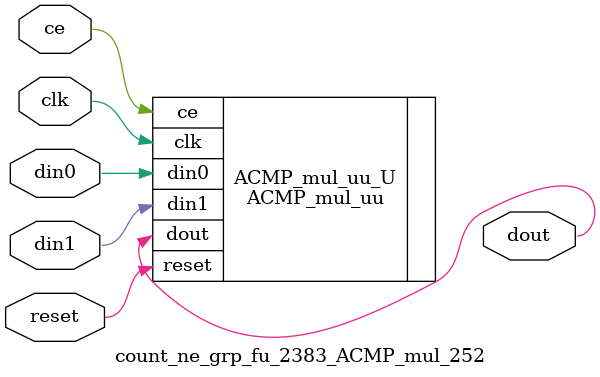
<source format=v>

`timescale 1 ns / 1 ps
module count_ne_grp_fu_2383_ACMP_mul_252(
    clk,
    reset,
    ce,
    din0,
    din1,
    dout);

parameter ID = 32'd1;
parameter NUM_STAGE = 32'd1;
parameter din0_WIDTH = 32'd1;
parameter din1_WIDTH = 32'd1;
parameter dout_WIDTH = 32'd1;
input clk;
input reset;
input ce;
input[din0_WIDTH - 1:0] din0;
input[din1_WIDTH - 1:0] din1;
output[dout_WIDTH - 1:0] dout;



ACMP_mul_uu #(
.ID( ID ),
.NUM_STAGE( 3 ),
.din0_WIDTH( din0_WIDTH ),
.din1_WIDTH( din1_WIDTH ),
.dout_WIDTH( dout_WIDTH ))
ACMP_mul_uu_U(
    .clk( clk ),
    .reset( reset ),
    .ce( ce ),
    .din0( din0 ),
    .din1( din1 ),
    .dout( dout ));

endmodule

</source>
